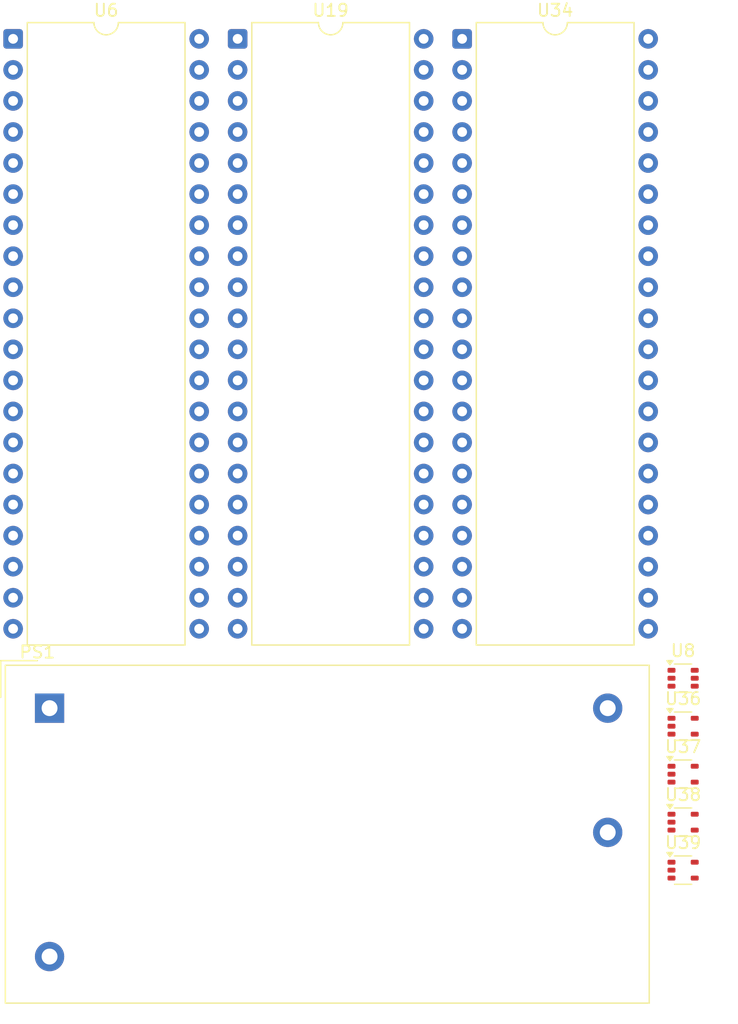
<source format=kicad_pcb>
(kicad_pcb (version 20241229) (generator "pcbnew") (generator_version "9.0")
  (layers (0 "F.Cu" signal) (2 "B.Cu" signal) (13 "F.Paste" user) (15 "B.Paste" user) (5 "F.SilkS" user "F.Silkscreen") (7 "B.SilkS" user "B.Silkscreen") (1 "F.Mask" user) (3 "B.Mask" user) (25 "Edge.Cuts" user))
  (net 0 "")
  (net 1 "Net-(D1-K)")
  (net 2 "Net-(D3-K)")
  (net 3 "GND")
  (net 8 "Net-(U5-OUT_4)")
  (net 11 "Net-(U6-A2)")
  (net 19 "Net-(U5-VSS)")
  (net 22 "Net-(U6-A1)")
  (net 29 "Net-(U3-VCCB)")
  (net 30 "Net-(U3-B1)")
  (net 32 "Net-(U3-B2)")
  (net 42 "Net-(U6-A0)")
  (net 55 "Net-(D11-K)")
  (net 56 "Net-(U16-DI)")
  (net 57 "Net-(U18-HS_DIAG)")
  (net 71 "Net-(U18-RSTN)")
  (net 75 "Net-(U18-VR1)")
  (net 77 "Net-(U18-TxDC)")
  (net 81 "Net-(U16-DO)")
  (net 86 "Net-(U34-A1)")
  (net 88 "Net-(U34-A3)")
  (net 89 "Net-(U34-A0)")
  (net 90 "Net-(U34-RESET)")
  (net 97 "Net-(U34--5V)")
  (net 101 "Net-(U34-INT)")
  (net 109 "Net-(U34-GND)")
  (net 111 "Net-(U34-READY)")
  (net 121 "Net-(U34-A2)")
  (net 126 "Net-(U32-D)_3")
  (net 131 "Net-(U32-D)_2")
  (net 132 "Net-(U40-Output_3)")
  (net 136 "Net-(U39--)")
  (net 138 "Net-(U39-+)")
  (net 139 "Net-(U40-Output_4)")
  (footprint "Package_TO_SOT_SMD:SOT-353_SC-70-5" (layer "F.Cu") (at 164.05 110.425)
    (property "Reference" "U38" (at 0 -2.25 0) (layer "F.SilkS"))
    (property "Value" "TLV172IDCK")
    (fp_line (start -0.71 -1.16) (end 0.7 -1.16) (stroke (width 0.12)) (layer "F.SilkS"))
    (fp_line (start -0.7 1.16) (end 0.7 1.16) (stroke (width 0.12)) (layer "F.SilkS"))
    (fp_poly (pts (xy -1.08 -1.11) (xy -1.32 -1.44) (xy -0.84 -1.44) (xy -1.08 -1.11)) (stroke (width 0.12)) (fill yes) (layer "F.SilkS"))
    (pad "1" smd roundrect (at -0.95 -0.65) (size 0.65 0.4) (layers "F.Cu" "F.Mask" "F.Paste") (net 2 "Net-(D3-K)"))
    (pad "2" smd roundrect (at -0.95 0) (size 0.65 0.4) (layers "F.Cu" "F.Mask" "F.Paste"))
    (pad "3" smd roundrect (at -0.95 0.65) (size 0.65 0.4) (layers "F.Cu" "F.Mask" "F.Paste") (net 2 "Net-(D3-K)"))
    (pad "4" smd roundrect (at 0.95 0.65) (size 0.65 0.4) (layers "F.Cu" "F.Mask" "F.Paste") (net 132 "Net-(U40-Output_3)"))
    (pad "5" smd roundrect (at 0.95 -0.65) (size 0.65 0.4) (layers "F.Cu" "F.Mask" "F.Paste"))
  )
  (footprint "Package_TO_SOT_SMD:SOT-353_SC-70-5" (layer "F.Cu") (at 164.05 106.5)
    (property "Reference" "U37" (at 0 -2.25 0) (layer "F.SilkS"))
    (property "Value" "TLV172IDCK")
    (fp_line (start -0.71 -1.16) (end 0.7 -1.16) (stroke (width 0.12)) (layer "F.SilkS"))
    (fp_line (start -0.7 1.16) (end 0.7 1.16) (stroke (width 0.12)) (layer "F.SilkS"))
    (fp_poly (pts (xy -1.08 -1.11) (xy -1.32 -1.44) (xy -0.84 -1.44) (xy -1.08 -1.11)) (stroke (width 0.12)) (fill yes) (layer "F.SilkS"))
    (pad "1" smd roundrect (at -0.95 -0.65) (size 0.65 0.4) (layers "F.Cu" "F.Mask" "F.Paste") (net 121 "Net-(U34-A2)"))
    (pad "2" smd roundrect (at -0.95 0) (size 0.65 0.4) (layers "F.Cu" "F.Mask" "F.Paste"))
    (pad "3" smd roundrect (at -0.95 0.65) (size 0.65 0.4) (layers "F.Cu" "F.Mask" "F.Paste") (net 88 "Net-(U34-A3)"))
    (pad "4" smd roundrect (at 0.95 0.65) (size 0.65 0.4) (layers "F.Cu" "F.Mask" "F.Paste") (net 131 "Net-(U32-D)_2"))
    (pad "5" smd roundrect (at 0.95 -0.65) (size 0.65 0.4) (layers "F.Cu" "F.Mask" "F.Paste"))
  )
  (footprint "Converter_ACDC:Converter_ACDC_Recom_RAC20-xxSK_THT" (layer "F.Cu") (at 112.155 101.1)
    (property "Reference" "PS1" (at -1 -4.59 0) (layer "F.SilkS"))
    (property "Value" "RAC20-05SK")
    (fp_line (start -4 -3.89) (end -1 -3.89) (stroke (width 0.12)) (layer "F.SilkS"))
    (fp_line (start -4 -0.89) (end -4 -3.89) (stroke (width 0.12)) (layer "F.SilkS"))
    (fp_line (start -3.62 -3.51) (end -3.62 24.13) (stroke (width 0.12)) (layer "F.SilkS"))
    (fp_line (start -3.62 -3.51) (end 49.12 -3.51) (stroke (width 0.12)) (layer "F.SilkS"))
    (fp_line (start -3.62 24.13) (end 49.12 24.13) (stroke (width 0.12)) (layer "F.SilkS"))
    (fp_line (start 49.12 -3.51) (end 49.12 24.13) (stroke (width 0.12)) (layer "F.SilkS"))
    (pad "1" thru_hole rect (at 0 0) (size 2.4 2.4) (drill 1.3) (layers "*.Cu" "*.Mask") (net 3 "GND"))
    (pad "2" thru_hole circle (at 0 20.32) (size 2.4 2.4) (drill 1.3) (layers "*.Cu" "*.Mask") (net 1 "Net-(D1-K)"))
    (pad "4" thru_hole circle (at 45.72 10.16) (size 2.4 2.4) (drill 1.3) (layers "*.Cu" "*.Mask") (net 3 "GND"))
    (pad "5" thru_hole circle (at 45.72 0) (size 2.4 2.4) (drill 1.3) (layers "*.Cu" "*.Mask") (net 2 "Net-(D3-K)"))
  )
  (footprint "Package_TO_SOT_SMD:SOT-363_SC-70-6" (layer "F.Cu") (at 164.05 98.65)
    (property "Reference" "U8" (at 0 -2.25 0) (layer "F.SilkS"))
    (property "Value" "NCS210")
    (fp_line (start -0.71 -1.16) (end 0.7 -1.16) (stroke (width 0.12)) (layer "F.SilkS"))
    (fp_line (start -0.7 1.16) (end 0.7 1.16) (stroke (width 0.12)) (layer "F.SilkS"))
    (fp_poly (pts (xy -1.08 -1.11) (xy -1.32 -1.44) (xy -0.84 -1.44) (xy -1.08 -1.11)) (stroke (width 0.12)) (fill yes) (layer "F.SilkS"))
    (pad "1" smd roundrect (at -0.95 -0.65) (size 0.65 0.4) (layers "F.Cu" "F.Mask" "F.Paste"))
    (pad "2" smd roundrect (at -0.95 0) (size 0.65 0.4) (layers "F.Cu" "F.Mask" "F.Paste"))
    (pad "3" smd roundrect (at -0.95 0.65) (size 0.65 0.4) (layers "F.Cu" "F.Mask" "F.Paste") (net 42 "Net-(U6-A0)"))
    (pad "4" smd roundrect (at 0.95 0.65) (size 0.65 0.4) (layers "F.Cu" "F.Mask" "F.Paste") (net 22 "Net-(U6-A1)"))
    (pad "5" smd roundrect (at 0.95 0) (size 0.65 0.4) (layers "F.Cu" "F.Mask" "F.Paste") (net 11 "Net-(U6-A2)"))
    (pad "6" smd roundrect (at 0.95 -0.65) (size 0.65 0.4) (layers "F.Cu" "F.Mask" "F.Paste"))
  )
  (footprint "Package_DIP:DIP-40_W15.24mm" (layer "F.Cu") (at 127.56 46.345)
    (property "Reference" "U19" (at 7.62 -2.33 0) (layer "F.SilkS"))
    (property "Value" "8080")
    (fp_line (start 1.16 -1.33) (end 1.16 49.59) (stroke (width 0.12)) (layer "F.SilkS"))
    (fp_line (start 1.16 49.59) (end 14.08 49.59) (stroke (width 0.12)) (layer "F.SilkS"))
    (fp_line (start 6.62 -1.33) (end 1.16 -1.33) (stroke (width 0.12)) (layer "F.SilkS"))
    (fp_line (start 14.08 -1.33) (end 8.62 -1.33) (stroke (width 0.12)) (layer "F.SilkS"))
    (fp_line (start 14.08 49.59) (end 14.08 -1.33) (stroke (width 0.12)) (layer "F.SilkS"))
    (fp_arc (start 8.62 -1.33) (mid 7.62 -0.33) (end 6.62 -1.33) (stroke (width 0.12)) (layer "F.SilkS"))
    (pad "1" thru_hole roundrect (at 0 0) (size 1.6 1.6) (drill 0.8) (layers "*.Cu" "*.Mask") (roundrect_rratio 0.15625) (net 75 "Net-(U18-VR1)"))
    (pad "2" thru_hole circle (at 0 2.54) (size 1.6 1.6) (drill 0.8) (layers "*.Cu" "*.Mask"))
    (pad "3" thru_hole circle (at 0 5.08) (size 1.6 1.6) (drill 0.8) (layers "*.Cu" "*.Mask") (net 71 "Net-(U18-RSTN)"))
    (pad "4" thru_hole circle (at 0 7.62) (size 1.6 1.6) (drill 0.8) (layers "*.Cu" "*.Mask") (net 77 "Net-(U18-TxDC)"))
    (pad "5" thru_hole circle (at 0 10.16) (size 1.6 1.6) (drill 0.8) (layers "*.Cu" "*.Mask") (net 57 "Net-(U18-HS_DIAG)"))
    (pad "6" thru_hole circle (at 0 12.7) (size 1.6 1.6) (drill 0.8) (layers "*.Cu" "*.Mask"))
    (pad "7" thru_hole circle (at 0 15.24) (size 1.6 1.6) (drill 0.8) (layers "*.Cu" "*.Mask"))
    (pad "8" thru_hole circle (at 0 17.78) (size 1.6 1.6) (drill 0.8) (layers "*.Cu" "*.Mask"))
    (pad "9" thru_hole circle (at 0 20.32) (size 1.6 1.6) (drill 0.8) (layers "*.Cu" "*.Mask"))
    (pad "10" thru_hole circle (at 0 22.86) (size 1.6 1.6) (drill 0.8) (layers "*.Cu" "*.Mask"))
    (pad "11" thru_hole circle (at 0 25.4) (size 1.6 1.6) (drill 0.8) (layers "*.Cu" "*.Mask"))
    (pad "12" thru_hole circle (at 0 27.94) (size 1.6 1.6) (drill 0.8) (layers "*.Cu" "*.Mask"))
    (pad "13" thru_hole circle (at 0 30.48) (size 1.6 1.6) (drill 0.8) (layers "*.Cu" "*.Mask"))
    (pad "14" thru_hole circle (at 0 33.02) (size 1.6 1.6) (drill 0.8) (layers "*.Cu" "*.Mask") (net 56 "Net-(U16-DI)"))
    (pad "15" thru_hole circle (at 0 35.56) (size 1.6 1.6) (drill 0.8) (layers "*.Cu" "*.Mask"))
    (pad "16" thru_hole circle (at 0 38.1) (size 1.6 1.6) (drill 0.8) (layers "*.Cu" "*.Mask"))
    (pad "17" thru_hole circle (at 0 40.64) (size 1.6 1.6) (drill 0.8) (layers "*.Cu" "*.Mask"))
    (pad "18" thru_hole circle (at 0 43.18) (size 1.6 1.6) (drill 0.8) (layers "*.Cu" "*.Mask"))
    (pad "19" thru_hole circle (at 0 45.72) (size 1.6 1.6) (drill 0.8) (layers "*.Cu" "*.Mask"))
    (pad "20" thru_hole circle (at 0 48.26) (size 1.6 1.6) (drill 0.8) (layers "*.Cu" "*.Mask") (net 55 "Net-(D11-K)"))
    (pad "21" thru_hole circle (at 15.24 48.26) (size 1.6 1.6) (drill 0.8) (layers "*.Cu" "*.Mask"))
    (pad "22" thru_hole circle (at 15.24 45.72) (size 1.6 1.6) (drill 0.8) (layers "*.Cu" "*.Mask"))
    (pad "23" thru_hole circle (at 15.24 43.18) (size 1.6 1.6) (drill 0.8) (layers "*.Cu" "*.Mask") (net 81 "Net-(U16-DO)"))
    (pad "24" thru_hole circle (at 15.24 40.64) (size 1.6 1.6) (drill 0.8) (layers "*.Cu" "*.Mask"))
    (pad "25" thru_hole circle (at 15.24 38.1) (size 1.6 1.6) (drill 0.8) (layers "*.Cu" "*.Mask"))
    (pad "26" thru_hole circle (at 15.24 35.56) (size 1.6 1.6) (drill 0.8) (layers "*.Cu" "*.Mask"))
    (pad "27" thru_hole circle (at 15.24 33.02) (size 1.6 1.6) (drill 0.8) (layers "*.Cu" "*.Mask"))
    (pad "28" thru_hole circle (at 15.24 30.48) (size 1.6 1.6) (drill 0.8) (layers "*.Cu" "*.Mask") (net 55 "Net-(D11-K)"))
    (pad "29" thru_hole circle (at 15.24 27.94) (size 1.6 1.6) (drill 0.8) (layers "*.Cu" "*.Mask"))
    (pad "30" thru_hole circle (at 15.24 25.4) (size 1.6 1.6) (drill 0.8) (layers "*.Cu" "*.Mask"))
    (pad "31" thru_hole circle (at 15.24 22.86) (size 1.6 1.6) (drill 0.8) (layers "*.Cu" "*.Mask"))
    (pad "32" thru_hole circle (at 15.24 20.32) (size 1.6 1.6) (drill 0.8) (layers "*.Cu" "*.Mask"))
    (pad "33" thru_hole circle (at 15.24 17.78) (size 1.6 1.6) (drill 0.8) (layers "*.Cu" "*.Mask"))
    (pad "34" thru_hole circle (at 15.24 15.24) (size 1.6 1.6) (drill 0.8) (layers "*.Cu" "*.Mask"))
    (pad "35" thru_hole circle (at 15.24 12.7) (size 1.6 1.6) (drill 0.8) (layers "*.Cu" "*.Mask"))
    (pad "36" thru_hole circle (at 15.24 10.16) (size 1.6 1.6) (drill 0.8) (layers "*.Cu" "*.Mask"))
    (pad "37" thru_hole circle (at 15.24 7.62) (size 1.6 1.6) (drill 0.8) (layers "*.Cu" "*.Mask"))
    (pad "38" thru_hole circle (at 15.24 5.08) (size 1.6 1.6) (drill 0.8) (layers "*.Cu" "*.Mask"))
    (pad "39" thru_hole circle (at 15.24 2.54) (size 1.6 1.6) (drill 0.8) (layers "*.Cu" "*.Mask"))
    (pad "40" thru_hole circle (at 15.24 0) (size 1.6 1.6) (drill 0.8) (layers "*.Cu" "*.Mask"))
  )
  (footprint "Package_DIP:DIP-40_W15.24mm" (layer "F.Cu") (at 109.17 46.345)
    (property "Reference" "U6" (at 7.62 -2.33 0) (layer "F.SilkS"))
    (property "Value" "8080")
    (fp_line (start 1.16 -1.33) (end 1.16 49.59) (stroke (width 0.12)) (layer "F.SilkS"))
    (fp_line (start 1.16 49.59) (end 14.08 49.59) (stroke (width 0.12)) (layer "F.SilkS"))
    (fp_line (start 6.62 -1.33) (end 1.16 -1.33) (stroke (width 0.12)) (layer "F.SilkS"))
    (fp_line (start 14.08 -1.33) (end 8.62 -1.33) (stroke (width 0.12)) (layer "F.SilkS"))
    (fp_line (start 14.08 49.59) (end 14.08 -1.33) (stroke (width 0.12)) (layer "F.SilkS"))
    (fp_arc (start 8.62 -1.33) (mid 7.62 -0.33) (end 6.62 -1.33) (stroke (width 0.12)) (layer "F.SilkS"))
    (pad "1" thru_hole roundrect (at 0 0) (size 1.6 1.6) (drill 0.8) (layers "*.Cu" "*.Mask") (roundrect_rratio 0.15625))
    (pad "2" thru_hole circle (at 0 2.54) (size 1.6 1.6) (drill 0.8) (layers "*.Cu" "*.Mask"))
    (pad "3" thru_hole circle (at 0 5.08) (size 1.6 1.6) (drill 0.8) (layers "*.Cu" "*.Mask"))
    (pad "4" thru_hole circle (at 0 7.62) (size 1.6 1.6) (drill 0.8) (layers "*.Cu" "*.Mask"))
    (pad "5" thru_hole circle (at 0 10.16) (size 1.6 1.6) (drill 0.8) (layers "*.Cu" "*.Mask"))
    (pad "6" thru_hole circle (at 0 12.7) (size 1.6 1.6) (drill 0.8) (layers "*.Cu" "*.Mask"))
    (pad "7" thru_hole circle (at 0 15.24) (size 1.6 1.6) (drill 0.8) (layers "*.Cu" "*.Mask"))
    (pad "8" thru_hole circle (at 0 17.78) (size 1.6 1.6) (drill 0.8) (layers "*.Cu" "*.Mask"))
    (pad "9" thru_hole circle (at 0 20.32) (size 1.6 1.6) (drill 0.8) (layers "*.Cu" "*.Mask"))
    (pad "10" thru_hole circle (at 0 22.86) (size 1.6 1.6) (drill 0.8) (layers "*.Cu" "*.Mask"))
    (pad "11" thru_hole circle (at 0 25.4) (size 1.6 1.6) (drill 0.8) (layers "*.Cu" "*.Mask"))
    (pad "12" thru_hole circle (at 0 27.94) (size 1.6 1.6) (drill 0.8) (layers "*.Cu" "*.Mask") (net 29 "Net-(U3-VCCB)"))
    (pad "13" thru_hole circle (at 0 30.48) (size 1.6 1.6) (drill 0.8) (layers "*.Cu" "*.Mask"))
    (pad "14" thru_hole circle (at 0 33.02) (size 1.6 1.6) (drill 0.8) (layers "*.Cu" "*.Mask"))
    (pad "15" thru_hole circle (at 0 35.56) (size 1.6 1.6) (drill 0.8) (layers "*.Cu" "*.Mask") (net 32 "Net-(U3-B2)"))
    (pad "16" thru_hole circle (at 0 38.1) (size 1.6 1.6) (drill 0.8) (layers "*.Cu" "*.Mask"))
    (pad "17" thru_hole circle (at 0 40.64) (size 1.6 1.6) (drill 0.8) (layers "*.Cu" "*.Mask"))
    (pad "18" thru_hole circle (at 0 43.18) (size 1.6 1.6) (drill 0.8) (layers "*.Cu" "*.Mask"))
    (pad "19" thru_hole circle (at 0 45.72) (size 1.6 1.6) (drill 0.8) (layers "*.Cu" "*.Mask"))
    (pad "20" thru_hole circle (at 0 48.26) (size 1.6 1.6) (drill 0.8) (layers "*.Cu" "*.Mask") (net 19 "Net-(U5-VSS)"))
    (pad "21" thru_hole circle (at 15.24 48.26) (size 1.6 1.6) (drill 0.8) (layers "*.Cu" "*.Mask"))
    (pad "22" thru_hole circle (at 15.24 45.72) (size 1.6 1.6) (drill 0.8) (layers "*.Cu" "*.Mask") (net 30 "Net-(U3-B1)"))
    (pad "23" thru_hole circle (at 15.24 43.18) (size 1.6 1.6) (drill 0.8) (layers "*.Cu" "*.Mask"))
    (pad "24" thru_hole circle (at 15.24 40.64) (size 1.6 1.6) (drill 0.8) (layers "*.Cu" "*.Mask"))
    (pad "25" thru_hole circle (at 15.24 38.1) (size 1.6 1.6) (drill 0.8) (layers "*.Cu" "*.Mask") (net 42 "Net-(U6-A0)"))
    (pad "26" thru_hole circle (at 15.24 35.56) (size 1.6 1.6) (drill 0.8) (layers "*.Cu" "*.Mask") (net 22 "Net-(U6-A1)"))
    (pad "27" thru_hole circle (at 15.24 33.02) (size 1.6 1.6) (drill 0.8) (layers "*.Cu" "*.Mask") (net 11 "Net-(U6-A2)"))
    (pad "28" thru_hole circle (at 15.24 30.48) (size 1.6 1.6) (drill 0.8) (layers "*.Cu" "*.Mask") (net 8 "Net-(U5-OUT_4)"))
    (pad "29" thru_hole circle (at 15.24 27.94) (size 1.6 1.6) (drill 0.8) (layers "*.Cu" "*.Mask"))
    (pad "30" thru_hole circle (at 15.24 25.4) (size 1.6 1.6) (drill 0.8) (layers "*.Cu" "*.Mask"))
    (pad "31" thru_hole circle (at 15.24 22.86) (size 1.6 1.6) (drill 0.8) (layers "*.Cu" "*.Mask"))
    (pad "32" thru_hole circle (at 15.24 20.32) (size 1.6 1.6) (drill 0.8) (layers "*.Cu" "*.Mask"))
    (pad "33" thru_hole circle (at 15.24 17.78) (size 1.6 1.6) (drill 0.8) (layers "*.Cu" "*.Mask"))
    (pad "34" thru_hole circle (at 15.24 15.24) (size 1.6 1.6) (drill 0.8) (layers "*.Cu" "*.Mask"))
    (pad "35" thru_hole circle (at 15.24 12.7) (size 1.6 1.6) (drill 0.8) (layers "*.Cu" "*.Mask"))
    (pad "36" thru_hole circle (at 15.24 10.16) (size 1.6 1.6) (drill 0.8) (layers "*.Cu" "*.Mask"))
    (pad "37" thru_hole circle (at 15.24 7.62) (size 1.6 1.6) (drill 0.8) (layers "*.Cu" "*.Mask"))
    (pad "38" thru_hole circle (at 15.24 5.08) (size 1.6 1.6) (drill 0.8) (layers "*.Cu" "*.Mask"))
    (pad "39" thru_hole circle (at 15.24 2.54) (size 1.6 1.6) (drill 0.8) (layers "*.Cu" "*.Mask"))
    (pad "40" thru_hole circle (at 15.24 0) (size 1.6 1.6) (drill 0.8) (layers "*.Cu" "*.Mask"))
  )
  (footprint "Package_TO_SOT_SMD:SOT-353_SC-70-5" (layer "F.Cu") (at 164.05 102.575)
    (property "Reference" "U36" (at 0 -2.25 0) (layer "F.SilkS"))
    (property "Value" "TLV172IDCK")
    (fp_line (start -0.71 -1.16) (end 0.7 -1.16) (stroke (width 0.12)) (layer "F.SilkS"))
    (fp_line (start -0.7 1.16) (end 0.7 1.16) (stroke (width 0.12)) (layer "F.SilkS"))
    (fp_poly (pts (xy -1.08 -1.11) (xy -1.32 -1.44) (xy -0.84 -1.44) (xy -1.08 -1.11)) (stroke (width 0.12)) (fill yes) (layer "F.SilkS"))
    (pad "1" smd roundrect (at -0.95 -0.65) (size 0.65 0.4) (layers "F.Cu" "F.Mask" "F.Paste") (net 89 "Net-(U34-A0)"))
    (pad "2" smd roundrect (at -0.95 0) (size 0.65 0.4) (layers "F.Cu" "F.Mask" "F.Paste"))
    (pad "3" smd roundrect (at -0.95 0.65) (size 0.65 0.4) (layers "F.Cu" "F.Mask" "F.Paste") (net 86 "Net-(U34-A1)"))
    (pad "4" smd roundrect (at 0.95 0.65) (size 0.65 0.4) (layers "F.Cu" "F.Mask" "F.Paste") (net 126 "Net-(U32-D)_3"))
    (pad "5" smd roundrect (at 0.95 -0.65) (size 0.65 0.4) (layers "F.Cu" "F.Mask" "F.Paste"))
  )
  (footprint "Package_DIP:DIP-40_W15.24mm" (layer "F.Cu") (at 145.95 46.345)
    (property "Reference" "U34" (at 7.62 -2.33 0) (layer "F.SilkS"))
    (property "Value" "8080")
    (fp_line (start 1.16 -1.33) (end 1.16 49.59) (stroke (width 0.12)) (layer "F.SilkS"))
    (fp_line (start 1.16 49.59) (end 14.08 49.59) (stroke (width 0.12)) (layer "F.SilkS"))
    (fp_line (start 6.62 -1.33) (end 1.16 -1.33) (stroke (width 0.12)) (layer "F.SilkS"))
    (fp_line (start 14.08 -1.33) (end 8.62 -1.33) (stroke (width 0.12)) (layer "F.SilkS"))
    (fp_line (start 14.08 49.59) (end 14.08 -1.33) (stroke (width 0.12)) (layer "F.SilkS"))
    (fp_arc (start 8.62 -1.33) (mid 7.62 -0.33) (end 6.62 -1.33) (stroke (width 0.12)) (layer "F.SilkS"))
    (pad "1" thru_hole roundrect (at 0 0) (size 1.6 1.6) (drill 0.8) (layers "*.Cu" "*.Mask") (roundrect_rratio 0.15625))
    (pad "2" thru_hole circle (at 0 2.54) (size 1.6 1.6) (drill 0.8) (layers "*.Cu" "*.Mask") (net 109 "Net-(U34-GND)"))
    (pad "3" thru_hole circle (at 0 5.08) (size 1.6 1.6) (drill 0.8) (layers "*.Cu" "*.Mask"))
    (pad "4" thru_hole circle (at 0 7.62) (size 1.6 1.6) (drill 0.8) (layers "*.Cu" "*.Mask"))
    (pad "5" thru_hole circle (at 0 10.16) (size 1.6 1.6) (drill 0.8) (layers "*.Cu" "*.Mask"))
    (pad "6" thru_hole circle (at 0 12.7) (size 1.6 1.6) (drill 0.8) (layers "*.Cu" "*.Mask"))
    (pad "7" thru_hole circle (at 0 15.24) (size 1.6 1.6) (drill 0.8) (layers "*.Cu" "*.Mask"))
    (pad "8" thru_hole circle (at 0 17.78) (size 1.6 1.6) (drill 0.8) (layers "*.Cu" "*.Mask"))
    (pad "9" thru_hole circle (at 0 20.32) (size 1.6 1.6) (drill 0.8) (layers "*.Cu" "*.Mask"))
    (pad "10" thru_hole circle (at 0 22.86) (size 1.6 1.6) (drill 0.8) (layers "*.Cu" "*.Mask"))
    (pad "11" thru_hole circle (at 0 25.4) (size 1.6 1.6) (drill 0.8) (layers "*.Cu" "*.Mask") (net 97 "Net-(U34--5V)"))
    (pad "12" thru_hole circle (at 0 27.94) (size 1.6 1.6) (drill 0.8) (layers "*.Cu" "*.Mask") (net 90 "Net-(U34-RESET)"))
    (pad "13" thru_hole circle (at 0 30.48) (size 1.6 1.6) (drill 0.8) (layers "*.Cu" "*.Mask"))
    (pad "14" thru_hole circle (at 0 33.02) (size 1.6 1.6) (drill 0.8) (layers "*.Cu" "*.Mask") (net 101 "Net-(U34-INT)"))
    (pad "15" thru_hole circle (at 0 35.56) (size 1.6 1.6) (drill 0.8) (layers "*.Cu" "*.Mask"))
    (pad "16" thru_hole circle (at 0 38.1) (size 1.6 1.6) (drill 0.8) (layers "*.Cu" "*.Mask"))
    (pad "17" thru_hole circle (at 0 40.64) (size 1.6 1.6) (drill 0.8) (layers "*.Cu" "*.Mask"))
    (pad "18" thru_hole circle (at 0 43.18) (size 1.6 1.6) (drill 0.8) (layers "*.Cu" "*.Mask"))
    (pad "19" thru_hole circle (at 0 45.72) (size 1.6 1.6) (drill 0.8) (layers "*.Cu" "*.Mask"))
    (pad "20" thru_hole circle (at 0 48.26) (size 1.6 1.6) (drill 0.8) (layers "*.Cu" "*.Mask"))
    (pad "21" thru_hole circle (at 15.24 48.26) (size 1.6 1.6) (drill 0.8) (layers "*.Cu" "*.Mask"))
    (pad "22" thru_hole circle (at 15.24 45.72) (size 1.6 1.6) (drill 0.8) (layers "*.Cu" "*.Mask"))
    (pad "23" thru_hole circle (at 15.24 43.18) (size 1.6 1.6) (drill 0.8) (layers "*.Cu" "*.Mask") (net 111 "Net-(U34-READY)"))
    (pad "24" thru_hole circle (at 15.24 40.64) (size 1.6 1.6) (drill 0.8) (layers "*.Cu" "*.Mask"))
    (pad "25" thru_hole circle (at 15.24 38.1) (size 1.6 1.6) (drill 0.8) (layers "*.Cu" "*.Mask") (net 89 "Net-(U34-A0)"))
    (pad "26" thru_hole circle (at 15.24 35.56) (size 1.6 1.6) (drill 0.8) (layers "*.Cu" "*.Mask") (net 86 "Net-(U34-A1)"))
    (pad "27" thru_hole circle (at 15.24 33.02) (size 1.6 1.6) (drill 0.8) (layers "*.Cu" "*.Mask") (net 121 "Net-(U34-A2)"))
    (pad "28" thru_hole circle (at 15.24 30.48) (size 1.6 1.6) (drill 0.8) (layers "*.Cu" "*.Mask"))
    (pad "29" thru_hole circle (at 15.24 27.94) (size 1.6 1.6) (drill 0.8) (layers "*.Cu" "*.Mask") (net 88 "Net-(U34-A3)"))
    (pad "30" thru_hole circle (at 15.24 25.4) (size 1.6 1.6) (drill 0.8) (layers "*.Cu" "*.Mask"))
    (pad "31" thru_hole circle (at 15.24 22.86) (size 1.6 1.6) (drill 0.8) (layers "*.Cu" "*.Mask"))
    (pad "32" thru_hole circle (at 15.24 20.32) (size 1.6 1.6) (drill 0.8) (layers "*.Cu" "*.Mask"))
    (pad "33" thru_hole circle (at 15.24 17.78) (size 1.6 1.6) (drill 0.8) (layers "*.Cu" "*.Mask"))
    (pad "34" thru_hole circle (at 15.24 15.24) (size 1.6 1.6) (drill 0.8) (layers "*.Cu" "*.Mask"))
    (pad "35" thru_hole circle (at 15.24 12.7) (size 1.6 1.6) (drill 0.8) (layers "*.Cu" "*.Mask"))
    (pad "36" thru_hole circle (at 15.24 10.16) (size 1.6 1.6) (drill 0.8) (layers "*.Cu" "*.Mask"))
    (pad "37" thru_hole circle (at 15.24 7.62) (size 1.6 1.6) (drill 0.8) (layers "*.Cu" "*.Mask"))
    (pad "38" thru_hole circle (at 15.24 5.08) (size 1.6 1.6) (drill 0.8) (layers "*.Cu" "*.Mask"))
    (pad "39" thru_hole circle (at 15.24 2.54) (size 1.6 1.6) (drill 0.8) (layers "*.Cu" "*.Mask"))
    (pad "40" thru_hole circle (at 15.24 0) (size 1.6 1.6) (drill 0.8) (layers "*.Cu" "*.Mask"))
  )
  (footprint "Package_TO_SOT_SMD:SOT-353_SC-70-5" (layer "F.Cu") (at 164.05 114.35)
    (property "Reference" "U39" (at 0 -2.25 0) (layer "F.SilkS"))
    (property "Value" "TLV172IDCK")
    (fp_line (start -0.71 -1.16) (end 0.7 -1.16) (stroke (width 0.12)) (layer "F.SilkS"))
    (fp_line (start -0.7 1.16) (end 0.7 1.16) (stroke (width 0.12)) (layer "F.SilkS"))
    (fp_poly (pts (xy -1.08 -1.11) (xy -1.32 -1.44) (xy -0.84 -1.44) (xy -1.08 -1.11)) (stroke (width 0.12)) (fill yes) (layer "F.SilkS"))
    (pad "1" smd roundrect (at -0.95 -0.65) (size 0.65 0.4) (layers "F.Cu" "F.Mask" "F.Paste") (net 138 "Net-(U39-+)"))
    (pad "2" smd roundrect (at -0.95 0) (size 0.65 0.4) (layers "F.Cu" "F.Mask" "F.Paste"))
    (pad "3" smd roundrect (at -0.95 0.65) (size 0.65 0.4) (layers "F.Cu" "F.Mask" "F.Paste") (net 136 "Net-(U39--)"))
    (pad "4" smd roundrect (at 0.95 0.65) (size 0.65 0.4) (layers "F.Cu" "F.Mask" "F.Paste") (net 139 "Net-(U40-Output_4)"))
    (pad "5" smd roundrect (at 0.95 -0.65) (size 0.65 0.4) (layers "F.Cu" "F.Mask" "F.Paste"))
  )
)
</source>
